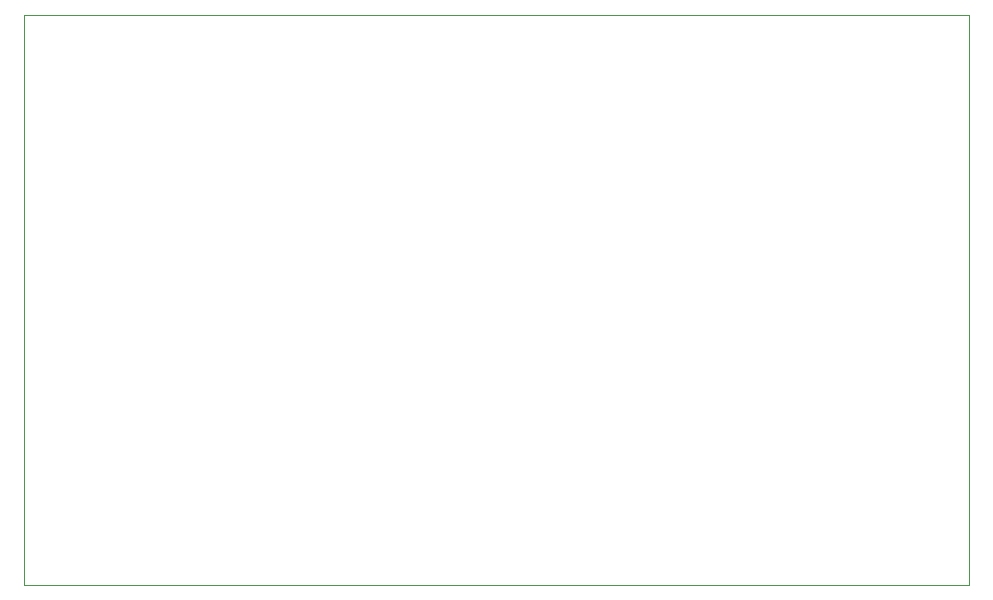
<source format=gbr>
%TF.GenerationSoftware,KiCad,Pcbnew,7.0.8*%
%TF.CreationDate,2023-10-16T09:34:00+02:00*%
%TF.ProjectId,Suspension_telemetry,53757370-656e-4736-996f-6e5f74656c65,rev?*%
%TF.SameCoordinates,Original*%
%TF.FileFunction,Profile,NP*%
%FSLAX46Y46*%
G04 Gerber Fmt 4.6, Leading zero omitted, Abs format (unit mm)*
G04 Created by KiCad (PCBNEW 7.0.8) date 2023-10-16 09:34:00*
%MOMM*%
%LPD*%
G01*
G04 APERTURE LIST*
%TA.AperFunction,Profile*%
%ADD10C,0.100000*%
%TD*%
G04 APERTURE END LIST*
D10*
X147828000Y-123698000D02*
X147828000Y-75438000D01*
X67818000Y-123698000D02*
X147828000Y-123698000D01*
X67818000Y-75438000D02*
X67818000Y-123698000D01*
X147828000Y-75438000D02*
X67818000Y-75438000D01*
M02*

</source>
